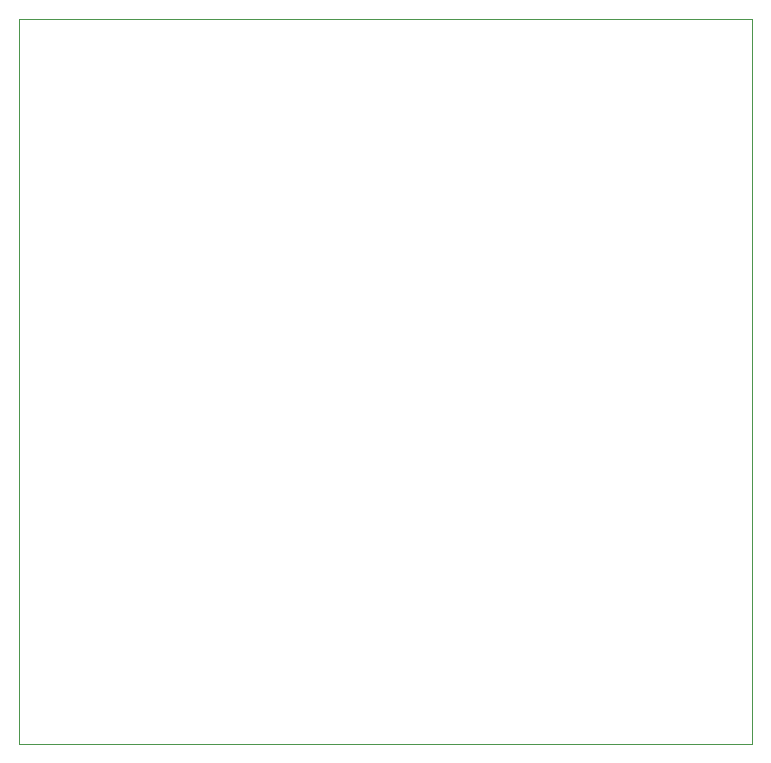
<source format=gbr>
%TF.GenerationSoftware,KiCad,Pcbnew,8.0.2*%
%TF.CreationDate,2024-11-11T17:07:31+01:00*%
%TF.ProjectId,power,706f7765-722e-46b6-9963-61645f706362,rev?*%
%TF.SameCoordinates,Original*%
%TF.FileFunction,Profile,NP*%
%FSLAX46Y46*%
G04 Gerber Fmt 4.6, Leading zero omitted, Abs format (unit mm)*
G04 Created by KiCad (PCBNEW 8.0.2) date 2024-11-11 17:07:31*
%MOMM*%
%LPD*%
G01*
G04 APERTURE LIST*
%TA.AperFunction,Profile*%
%ADD10C,0.100000*%
%TD*%
G04 APERTURE END LIST*
D10*
X97101581Y-55524121D02*
X159153781Y-55524121D01*
X159153781Y-116966721D01*
X97101581Y-116966721D01*
X97101581Y-55524121D01*
M02*

</source>
